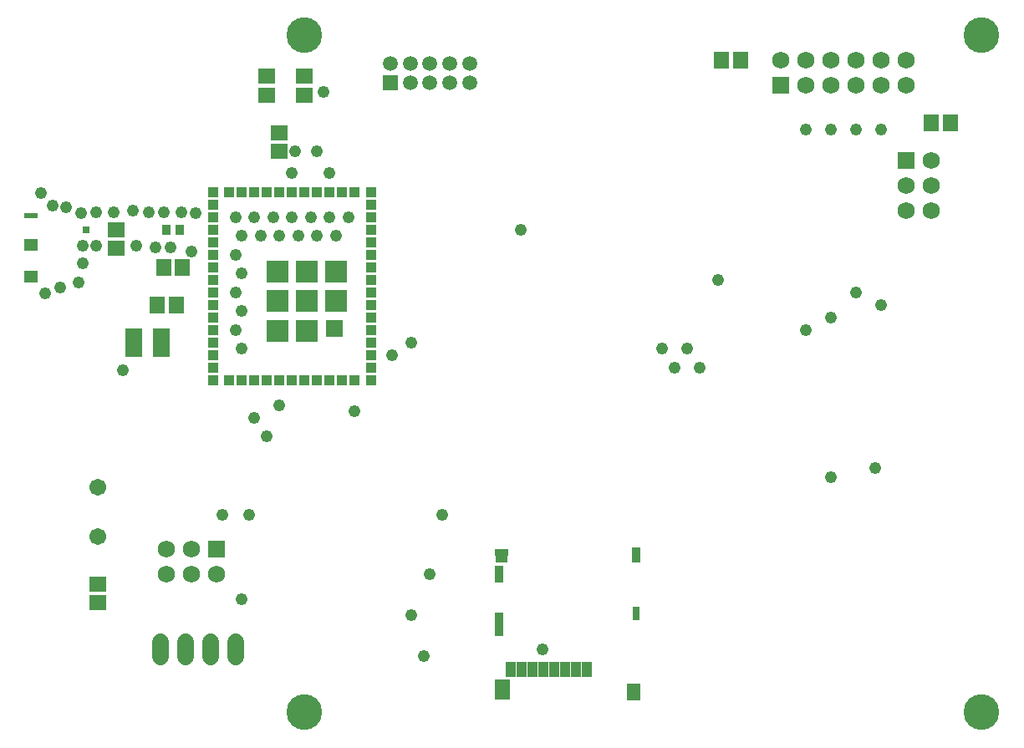
<source format=gts>
G75*
%MOIN*%
%OFA0B0*%
%FSLAX25Y25*%
%IPPOS*%
%LPD*%
%AMOC8*
5,1,8,0,0,1.08239X$1,22.5*
%
%ADD10C,0.14200*%
%ADD11R,0.07099X0.11430*%
%ADD12R,0.06706X0.05918*%
%ADD13R,0.05918X0.06706*%
%ADD14R,0.03556X0.04343*%
%ADD15R,0.03950X0.03950*%
%ADD16R,0.08674X0.08674*%
%ADD17R,0.06706X0.06706*%
%ADD18R,0.05524X0.04737*%
%ADD19R,0.05524X0.01981*%
%ADD20R,0.02769X0.02769*%
%ADD21C,0.06737*%
%ADD22C,0.05950*%
%ADD23R,0.05950X0.05950*%
%ADD24R,0.06824X0.06824*%
%ADD25C,0.06824*%
%ADD26R,0.03950X0.06312*%
%ADD27R,0.06115X0.07887*%
%ADD28R,0.05367X0.06706*%
%ADD29R,0.03162X0.05328*%
%ADD30R,0.03359X0.05918*%
%ADD31R,0.03359X0.09225*%
%ADD32R,0.03359X0.07099*%
%ADD33R,0.05131X0.02572*%
%ADD34R,0.05328X0.02572*%
%ADD35C,0.06737*%
%ADD36C,0.04762*%
D10*
X0117500Y0016800D03*
X0387500Y0016800D03*
X0387500Y0286800D03*
X0117500Y0286800D03*
D11*
X0060512Y0164300D03*
X0049488Y0164300D03*
D12*
X0042500Y0201810D03*
X0042500Y0209290D03*
X0107500Y0240560D03*
X0107500Y0248040D03*
X0102500Y0263060D03*
X0102500Y0270540D03*
X0117500Y0270540D03*
X0117500Y0263060D03*
X0035000Y0068040D03*
X0035000Y0060560D03*
D13*
X0058760Y0179300D03*
X0066240Y0179300D03*
X0068740Y0194300D03*
X0061260Y0194300D03*
X0283760Y0276800D03*
X0291240Y0276800D03*
X0367510Y0251800D03*
X0374990Y0251800D03*
D14*
X0067559Y0209300D03*
X0062441Y0209300D03*
D15*
X0080925Y0209300D03*
X0080925Y0204300D03*
X0080925Y0199300D03*
X0080925Y0194300D03*
X0080925Y0189300D03*
X0080925Y0184300D03*
X0080925Y0179300D03*
X0080925Y0174300D03*
X0080925Y0169300D03*
X0080925Y0164300D03*
X0080925Y0159300D03*
X0080925Y0154300D03*
X0080925Y0149300D03*
X0087500Y0149300D03*
X0092500Y0149300D03*
X0097500Y0149300D03*
X0102500Y0149300D03*
X0107500Y0149300D03*
X0112500Y0149300D03*
X0117500Y0149300D03*
X0122500Y0149300D03*
X0127500Y0149300D03*
X0132500Y0149300D03*
X0137500Y0149300D03*
X0144094Y0149320D03*
X0144094Y0154320D03*
X0144094Y0159320D03*
X0144094Y0164320D03*
X0144094Y0169320D03*
X0144094Y0174320D03*
X0144094Y0179320D03*
X0144094Y0184320D03*
X0144094Y0189320D03*
X0144094Y0194320D03*
X0144094Y0199320D03*
X0144094Y0204320D03*
X0144094Y0209320D03*
X0144094Y0214320D03*
X0144094Y0219320D03*
X0144094Y0224320D03*
X0137500Y0224300D03*
X0132500Y0224300D03*
X0127500Y0224300D03*
X0122500Y0224300D03*
X0117500Y0224300D03*
X0112500Y0224300D03*
X0107500Y0224300D03*
X0102500Y0224300D03*
X0097500Y0224300D03*
X0092500Y0224300D03*
X0087500Y0224300D03*
X0080925Y0224300D03*
X0080925Y0219300D03*
X0080925Y0214300D03*
D16*
X0106594Y0192706D03*
X0118406Y0192706D03*
X0130217Y0192706D03*
X0130217Y0180894D03*
X0118406Y0180894D03*
X0106594Y0180894D03*
X0106594Y0169083D03*
X0118406Y0169083D03*
D17*
X0129232Y0170068D03*
D18*
X0008543Y0190678D03*
X0008543Y0203276D03*
D19*
X0008543Y0214891D03*
D20*
X0030394Y0209379D03*
D21*
X0035000Y0106643D03*
X0035000Y0086957D03*
D22*
X0159626Y0267863D03*
X0159626Y0275737D03*
X0167500Y0275737D03*
X0167500Y0267863D03*
X0175374Y0267863D03*
X0175374Y0275737D03*
X0183248Y0275737D03*
X0183248Y0267863D03*
X0151752Y0275737D03*
D23*
X0151752Y0267863D03*
D24*
X0307500Y0266800D03*
X0357500Y0236800D03*
X0082500Y0081800D03*
D25*
X0082500Y0071800D03*
X0072500Y0071800D03*
X0062500Y0071800D03*
X0062500Y0081800D03*
X0072500Y0081800D03*
X0317500Y0266800D03*
X0327500Y0266800D03*
X0337500Y0266800D03*
X0347500Y0266800D03*
X0357500Y0266800D03*
X0357500Y0276800D03*
X0347500Y0276800D03*
X0337500Y0276800D03*
X0327500Y0276800D03*
X0317500Y0276800D03*
X0307500Y0276800D03*
X0367500Y0236800D03*
X0367500Y0226800D03*
X0357500Y0226800D03*
X0357500Y0216800D03*
X0367500Y0216800D03*
D26*
X0230157Y0034044D03*
X0225827Y0034044D03*
X0221496Y0034044D03*
X0217165Y0034044D03*
X0212835Y0034044D03*
X0208504Y0034044D03*
X0204173Y0034044D03*
X0199843Y0034044D03*
D27*
X0196339Y0025973D03*
D28*
X0248701Y0024989D03*
D29*
X0249882Y0056387D03*
D30*
X0249882Y0079713D03*
D31*
X0195059Y0052076D03*
D32*
X0195059Y0072076D03*
D33*
X0195945Y0078001D03*
D34*
X0196043Y0080599D03*
D35*
X0060000Y0044769D02*
X0060000Y0038831D01*
X0070000Y0038831D02*
X0070000Y0044769D01*
X0080000Y0044769D02*
X0080000Y0038831D01*
X0090000Y0038831D02*
X0090000Y0044769D01*
D36*
X0092500Y0061800D03*
X0095250Y0095550D03*
X0084750Y0095550D03*
X0102500Y0126800D03*
X0097500Y0134300D03*
X0107500Y0139300D03*
X0092500Y0161800D03*
X0090000Y0169300D03*
X0092500Y0176800D03*
X0090000Y0184300D03*
X0092500Y0191800D03*
X0090000Y0199300D03*
X0092500Y0206800D03*
X0100000Y0206800D03*
X0107500Y0206800D03*
X0115000Y0206800D03*
X0122500Y0206800D03*
X0130000Y0206800D03*
X0127500Y0214300D03*
X0120000Y0214300D03*
X0112500Y0214300D03*
X0105000Y0214300D03*
X0097500Y0214300D03*
X0090000Y0214300D03*
X0074000Y0215800D03*
X0068500Y0216300D03*
X0061500Y0216300D03*
X0055500Y0216300D03*
X0049000Y0216800D03*
X0041500Y0216300D03*
X0034500Y0216300D03*
X0028500Y0215800D03*
X0022500Y0218300D03*
X0017000Y0218800D03*
X0012500Y0223800D03*
X0029000Y0202800D03*
X0034500Y0202800D03*
X0029000Y0195800D03*
X0027500Y0188300D03*
X0020000Y0186300D03*
X0014000Y0183800D03*
X0050500Y0202800D03*
X0058000Y0202300D03*
X0064000Y0202300D03*
X0072500Y0200550D03*
X0112500Y0231800D03*
X0113750Y0240550D03*
X0122500Y0240550D03*
X0127500Y0231800D03*
X0135000Y0214300D03*
X0160000Y0164300D03*
X0152500Y0159300D03*
X0137500Y0136800D03*
X0172500Y0095550D03*
X0167500Y0071800D03*
X0160000Y0055550D03*
X0165000Y0039300D03*
X0212500Y0041800D03*
X0327500Y0110550D03*
X0345000Y0114300D03*
X0275000Y0154300D03*
X0270000Y0161800D03*
X0260000Y0161800D03*
X0265000Y0154300D03*
X0282500Y0189300D03*
X0317500Y0169300D03*
X0327500Y0174300D03*
X0337500Y0184300D03*
X0347500Y0179300D03*
X0347500Y0249300D03*
X0337500Y0249300D03*
X0327500Y0249300D03*
X0317500Y0249300D03*
X0203750Y0209300D03*
X0125000Y0264300D03*
X0045000Y0153300D03*
M02*

</source>
